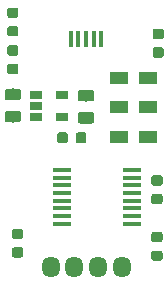
<source format=gtp>
G04 #@! TF.GenerationSoftware,KiCad,Pcbnew,(5.1.2)-1*
G04 #@! TF.CreationDate,2020-01-01T10:54:38+09:00*
G04 #@! TF.ProjectId,converter,636f6e76-6572-4746-9572-2e6b69636164,v1.0*
G04 #@! TF.SameCoordinates,Original*
G04 #@! TF.FileFunction,Paste,Top*
G04 #@! TF.FilePolarity,Positive*
%FSLAX46Y46*%
G04 Gerber Fmt 4.6, Leading zero omitted, Abs format (unit mm)*
G04 Created by KiCad (PCBNEW (5.1.2)-1) date 2020-01-01 10:54:38*
%MOMM*%
%LPD*%
G04 APERTURE LIST*
%ADD10C,0.100000*%
%ADD11C,0.975000*%
%ADD12C,0.875000*%
%ADD13R,0.400000X1.350000*%
%ADD14R,1.060000X0.650000*%
%ADD15O,1.524000X1.800000*%
%ADD16R,1.600000X1.000000*%
%ADD17R,1.500000X0.450000*%
G04 APERTURE END LIST*
D10*
G36*
X102280142Y-136813174D02*
G01*
X102303803Y-136816684D01*
X102327007Y-136822496D01*
X102349529Y-136830554D01*
X102371153Y-136840782D01*
X102391670Y-136853079D01*
X102410883Y-136867329D01*
X102428607Y-136883393D01*
X102444671Y-136901117D01*
X102458921Y-136920330D01*
X102471218Y-136940847D01*
X102481446Y-136962471D01*
X102489504Y-136984993D01*
X102495316Y-137008197D01*
X102498826Y-137031858D01*
X102500000Y-137055750D01*
X102500000Y-137543250D01*
X102498826Y-137567142D01*
X102495316Y-137590803D01*
X102489504Y-137614007D01*
X102481446Y-137636529D01*
X102471218Y-137658153D01*
X102458921Y-137678670D01*
X102444671Y-137697883D01*
X102428607Y-137715607D01*
X102410883Y-137731671D01*
X102391670Y-137745921D01*
X102371153Y-137758218D01*
X102349529Y-137768446D01*
X102327007Y-137776504D01*
X102303803Y-137782316D01*
X102280142Y-137785826D01*
X102256250Y-137787000D01*
X101343750Y-137787000D01*
X101319858Y-137785826D01*
X101296197Y-137782316D01*
X101272993Y-137776504D01*
X101250471Y-137768446D01*
X101228847Y-137758218D01*
X101208330Y-137745921D01*
X101189117Y-137731671D01*
X101171393Y-137715607D01*
X101155329Y-137697883D01*
X101141079Y-137678670D01*
X101128782Y-137658153D01*
X101118554Y-137636529D01*
X101110496Y-137614007D01*
X101104684Y-137590803D01*
X101101174Y-137567142D01*
X101100000Y-137543250D01*
X101100000Y-137055750D01*
X101101174Y-137031858D01*
X101104684Y-137008197D01*
X101110496Y-136984993D01*
X101118554Y-136962471D01*
X101128782Y-136940847D01*
X101141079Y-136920330D01*
X101155329Y-136901117D01*
X101171393Y-136883393D01*
X101189117Y-136867329D01*
X101208330Y-136853079D01*
X101228847Y-136840782D01*
X101250471Y-136830554D01*
X101272993Y-136822496D01*
X101296197Y-136816684D01*
X101319858Y-136813174D01*
X101343750Y-136812000D01*
X102256250Y-136812000D01*
X102280142Y-136813174D01*
X102280142Y-136813174D01*
G37*
D11*
X101800000Y-137299500D03*
D10*
G36*
X102280142Y-134938174D02*
G01*
X102303803Y-134941684D01*
X102327007Y-134947496D01*
X102349529Y-134955554D01*
X102371153Y-134965782D01*
X102391670Y-134978079D01*
X102410883Y-134992329D01*
X102428607Y-135008393D01*
X102444671Y-135026117D01*
X102458921Y-135045330D01*
X102471218Y-135065847D01*
X102481446Y-135087471D01*
X102489504Y-135109993D01*
X102495316Y-135133197D01*
X102498826Y-135156858D01*
X102500000Y-135180750D01*
X102500000Y-135668250D01*
X102498826Y-135692142D01*
X102495316Y-135715803D01*
X102489504Y-135739007D01*
X102481446Y-135761529D01*
X102471218Y-135783153D01*
X102458921Y-135803670D01*
X102444671Y-135822883D01*
X102428607Y-135840607D01*
X102410883Y-135856671D01*
X102391670Y-135870921D01*
X102371153Y-135883218D01*
X102349529Y-135893446D01*
X102327007Y-135901504D01*
X102303803Y-135907316D01*
X102280142Y-135910826D01*
X102256250Y-135912000D01*
X101343750Y-135912000D01*
X101319858Y-135910826D01*
X101296197Y-135907316D01*
X101272993Y-135901504D01*
X101250471Y-135893446D01*
X101228847Y-135883218D01*
X101208330Y-135870921D01*
X101189117Y-135856671D01*
X101171393Y-135840607D01*
X101155329Y-135822883D01*
X101141079Y-135803670D01*
X101128782Y-135783153D01*
X101118554Y-135761529D01*
X101110496Y-135739007D01*
X101104684Y-135715803D01*
X101101174Y-135692142D01*
X101100000Y-135668250D01*
X101100000Y-135180750D01*
X101101174Y-135156858D01*
X101104684Y-135133197D01*
X101110496Y-135109993D01*
X101118554Y-135087471D01*
X101128782Y-135065847D01*
X101141079Y-135045330D01*
X101155329Y-135026117D01*
X101171393Y-135008393D01*
X101189117Y-134992329D01*
X101208330Y-134978079D01*
X101228847Y-134965782D01*
X101250471Y-134955554D01*
X101272993Y-134947496D01*
X101296197Y-134941684D01*
X101319858Y-134938174D01*
X101343750Y-134937000D01*
X102256250Y-134937000D01*
X102280142Y-134938174D01*
X102280142Y-134938174D01*
G37*
D11*
X101800000Y-135424500D03*
D10*
G36*
X106240691Y-138626053D02*
G01*
X106261926Y-138629203D01*
X106282750Y-138634419D01*
X106302962Y-138641651D01*
X106322368Y-138650830D01*
X106340781Y-138661866D01*
X106358024Y-138674654D01*
X106373930Y-138689070D01*
X106388346Y-138704976D01*
X106401134Y-138722219D01*
X106412170Y-138740632D01*
X106421349Y-138760038D01*
X106428581Y-138780250D01*
X106433797Y-138801074D01*
X106436947Y-138822309D01*
X106438000Y-138843750D01*
X106438000Y-139356250D01*
X106436947Y-139377691D01*
X106433797Y-139398926D01*
X106428581Y-139419750D01*
X106421349Y-139439962D01*
X106412170Y-139459368D01*
X106401134Y-139477781D01*
X106388346Y-139495024D01*
X106373930Y-139510930D01*
X106358024Y-139525346D01*
X106340781Y-139538134D01*
X106322368Y-139549170D01*
X106302962Y-139558349D01*
X106282750Y-139565581D01*
X106261926Y-139570797D01*
X106240691Y-139573947D01*
X106219250Y-139575000D01*
X105781750Y-139575000D01*
X105760309Y-139573947D01*
X105739074Y-139570797D01*
X105718250Y-139565581D01*
X105698038Y-139558349D01*
X105678632Y-139549170D01*
X105660219Y-139538134D01*
X105642976Y-139525346D01*
X105627070Y-139510930D01*
X105612654Y-139495024D01*
X105599866Y-139477781D01*
X105588830Y-139459368D01*
X105579651Y-139439962D01*
X105572419Y-139419750D01*
X105567203Y-139398926D01*
X105564053Y-139377691D01*
X105563000Y-139356250D01*
X105563000Y-138843750D01*
X105564053Y-138822309D01*
X105567203Y-138801074D01*
X105572419Y-138780250D01*
X105579651Y-138760038D01*
X105588830Y-138740632D01*
X105599866Y-138722219D01*
X105612654Y-138704976D01*
X105627070Y-138689070D01*
X105642976Y-138674654D01*
X105660219Y-138661866D01*
X105678632Y-138650830D01*
X105698038Y-138641651D01*
X105718250Y-138634419D01*
X105739074Y-138629203D01*
X105760309Y-138626053D01*
X105781750Y-138625000D01*
X106219250Y-138625000D01*
X106240691Y-138626053D01*
X106240691Y-138626053D01*
G37*
D12*
X106000500Y-139100000D03*
D10*
G36*
X107815691Y-138626053D02*
G01*
X107836926Y-138629203D01*
X107857750Y-138634419D01*
X107877962Y-138641651D01*
X107897368Y-138650830D01*
X107915781Y-138661866D01*
X107933024Y-138674654D01*
X107948930Y-138689070D01*
X107963346Y-138704976D01*
X107976134Y-138722219D01*
X107987170Y-138740632D01*
X107996349Y-138760038D01*
X108003581Y-138780250D01*
X108008797Y-138801074D01*
X108011947Y-138822309D01*
X108013000Y-138843750D01*
X108013000Y-139356250D01*
X108011947Y-139377691D01*
X108008797Y-139398926D01*
X108003581Y-139419750D01*
X107996349Y-139439962D01*
X107987170Y-139459368D01*
X107976134Y-139477781D01*
X107963346Y-139495024D01*
X107948930Y-139510930D01*
X107933024Y-139525346D01*
X107915781Y-139538134D01*
X107897368Y-139549170D01*
X107877962Y-139558349D01*
X107857750Y-139565581D01*
X107836926Y-139570797D01*
X107815691Y-139573947D01*
X107794250Y-139575000D01*
X107356750Y-139575000D01*
X107335309Y-139573947D01*
X107314074Y-139570797D01*
X107293250Y-139565581D01*
X107273038Y-139558349D01*
X107253632Y-139549170D01*
X107235219Y-139538134D01*
X107217976Y-139525346D01*
X107202070Y-139510930D01*
X107187654Y-139495024D01*
X107174866Y-139477781D01*
X107163830Y-139459368D01*
X107154651Y-139439962D01*
X107147419Y-139419750D01*
X107142203Y-139398926D01*
X107139053Y-139377691D01*
X107138000Y-139356250D01*
X107138000Y-138843750D01*
X107139053Y-138822309D01*
X107142203Y-138801074D01*
X107147419Y-138780250D01*
X107154651Y-138760038D01*
X107163830Y-138740632D01*
X107174866Y-138722219D01*
X107187654Y-138704976D01*
X107202070Y-138689070D01*
X107217976Y-138674654D01*
X107235219Y-138661866D01*
X107253632Y-138650830D01*
X107273038Y-138641651D01*
X107293250Y-138634419D01*
X107314074Y-138629203D01*
X107335309Y-138626053D01*
X107356750Y-138625000D01*
X107794250Y-138625000D01*
X107815691Y-138626053D01*
X107815691Y-138626053D01*
G37*
D12*
X107575500Y-139100000D03*
D10*
G36*
X108480142Y-135038174D02*
G01*
X108503803Y-135041684D01*
X108527007Y-135047496D01*
X108549529Y-135055554D01*
X108571153Y-135065782D01*
X108591670Y-135078079D01*
X108610883Y-135092329D01*
X108628607Y-135108393D01*
X108644671Y-135126117D01*
X108658921Y-135145330D01*
X108671218Y-135165847D01*
X108681446Y-135187471D01*
X108689504Y-135209993D01*
X108695316Y-135233197D01*
X108698826Y-135256858D01*
X108700000Y-135280750D01*
X108700000Y-135768250D01*
X108698826Y-135792142D01*
X108695316Y-135815803D01*
X108689504Y-135839007D01*
X108681446Y-135861529D01*
X108671218Y-135883153D01*
X108658921Y-135903670D01*
X108644671Y-135922883D01*
X108628607Y-135940607D01*
X108610883Y-135956671D01*
X108591670Y-135970921D01*
X108571153Y-135983218D01*
X108549529Y-135993446D01*
X108527007Y-136001504D01*
X108503803Y-136007316D01*
X108480142Y-136010826D01*
X108456250Y-136012000D01*
X107543750Y-136012000D01*
X107519858Y-136010826D01*
X107496197Y-136007316D01*
X107472993Y-136001504D01*
X107450471Y-135993446D01*
X107428847Y-135983218D01*
X107408330Y-135970921D01*
X107389117Y-135956671D01*
X107371393Y-135940607D01*
X107355329Y-135922883D01*
X107341079Y-135903670D01*
X107328782Y-135883153D01*
X107318554Y-135861529D01*
X107310496Y-135839007D01*
X107304684Y-135815803D01*
X107301174Y-135792142D01*
X107300000Y-135768250D01*
X107300000Y-135280750D01*
X107301174Y-135256858D01*
X107304684Y-135233197D01*
X107310496Y-135209993D01*
X107318554Y-135187471D01*
X107328782Y-135165847D01*
X107341079Y-135145330D01*
X107355329Y-135126117D01*
X107371393Y-135108393D01*
X107389117Y-135092329D01*
X107408330Y-135078079D01*
X107428847Y-135065782D01*
X107450471Y-135055554D01*
X107472993Y-135047496D01*
X107496197Y-135041684D01*
X107519858Y-135038174D01*
X107543750Y-135037000D01*
X108456250Y-135037000D01*
X108480142Y-135038174D01*
X108480142Y-135038174D01*
G37*
D11*
X108000000Y-135524500D03*
D10*
G36*
X108480142Y-136913174D02*
G01*
X108503803Y-136916684D01*
X108527007Y-136922496D01*
X108549529Y-136930554D01*
X108571153Y-136940782D01*
X108591670Y-136953079D01*
X108610883Y-136967329D01*
X108628607Y-136983393D01*
X108644671Y-137001117D01*
X108658921Y-137020330D01*
X108671218Y-137040847D01*
X108681446Y-137062471D01*
X108689504Y-137084993D01*
X108695316Y-137108197D01*
X108698826Y-137131858D01*
X108700000Y-137155750D01*
X108700000Y-137643250D01*
X108698826Y-137667142D01*
X108695316Y-137690803D01*
X108689504Y-137714007D01*
X108681446Y-137736529D01*
X108671218Y-137758153D01*
X108658921Y-137778670D01*
X108644671Y-137797883D01*
X108628607Y-137815607D01*
X108610883Y-137831671D01*
X108591670Y-137845921D01*
X108571153Y-137858218D01*
X108549529Y-137868446D01*
X108527007Y-137876504D01*
X108503803Y-137882316D01*
X108480142Y-137885826D01*
X108456250Y-137887000D01*
X107543750Y-137887000D01*
X107519858Y-137885826D01*
X107496197Y-137882316D01*
X107472993Y-137876504D01*
X107450471Y-137868446D01*
X107428847Y-137858218D01*
X107408330Y-137845921D01*
X107389117Y-137831671D01*
X107371393Y-137815607D01*
X107355329Y-137797883D01*
X107341079Y-137778670D01*
X107328782Y-137758153D01*
X107318554Y-137736529D01*
X107310496Y-137714007D01*
X107304684Y-137690803D01*
X107301174Y-137667142D01*
X107300000Y-137643250D01*
X107300000Y-137155750D01*
X107301174Y-137131858D01*
X107304684Y-137108197D01*
X107310496Y-137084993D01*
X107318554Y-137062471D01*
X107328782Y-137040847D01*
X107341079Y-137020330D01*
X107355329Y-137001117D01*
X107371393Y-136983393D01*
X107389117Y-136967329D01*
X107408330Y-136953079D01*
X107428847Y-136940782D01*
X107450471Y-136930554D01*
X107472993Y-136922496D01*
X107496197Y-136916684D01*
X107519858Y-136913174D01*
X107543750Y-136912000D01*
X108456250Y-136912000D01*
X108480142Y-136913174D01*
X108480142Y-136913174D01*
G37*
D11*
X108000000Y-137399500D03*
D10*
G36*
X102077691Y-129639053D02*
G01*
X102098926Y-129642203D01*
X102119750Y-129647419D01*
X102139962Y-129654651D01*
X102159368Y-129663830D01*
X102177781Y-129674866D01*
X102195024Y-129687654D01*
X102210930Y-129702070D01*
X102225346Y-129717976D01*
X102238134Y-129735219D01*
X102249170Y-129753632D01*
X102258349Y-129773038D01*
X102265581Y-129793250D01*
X102270797Y-129814074D01*
X102273947Y-129835309D01*
X102275000Y-129856750D01*
X102275000Y-130294250D01*
X102273947Y-130315691D01*
X102270797Y-130336926D01*
X102265581Y-130357750D01*
X102258349Y-130377962D01*
X102249170Y-130397368D01*
X102238134Y-130415781D01*
X102225346Y-130433024D01*
X102210930Y-130448930D01*
X102195024Y-130463346D01*
X102177781Y-130476134D01*
X102159368Y-130487170D01*
X102139962Y-130496349D01*
X102119750Y-130503581D01*
X102098926Y-130508797D01*
X102077691Y-130511947D01*
X102056250Y-130513000D01*
X101543750Y-130513000D01*
X101522309Y-130511947D01*
X101501074Y-130508797D01*
X101480250Y-130503581D01*
X101460038Y-130496349D01*
X101440632Y-130487170D01*
X101422219Y-130476134D01*
X101404976Y-130463346D01*
X101389070Y-130448930D01*
X101374654Y-130433024D01*
X101361866Y-130415781D01*
X101350830Y-130397368D01*
X101341651Y-130377962D01*
X101334419Y-130357750D01*
X101329203Y-130336926D01*
X101326053Y-130315691D01*
X101325000Y-130294250D01*
X101325000Y-129856750D01*
X101326053Y-129835309D01*
X101329203Y-129814074D01*
X101334419Y-129793250D01*
X101341651Y-129773038D01*
X101350830Y-129753632D01*
X101361866Y-129735219D01*
X101374654Y-129717976D01*
X101389070Y-129702070D01*
X101404976Y-129687654D01*
X101422219Y-129674866D01*
X101440632Y-129663830D01*
X101460038Y-129654651D01*
X101480250Y-129647419D01*
X101501074Y-129642203D01*
X101522309Y-129639053D01*
X101543750Y-129638000D01*
X102056250Y-129638000D01*
X102077691Y-129639053D01*
X102077691Y-129639053D01*
G37*
D12*
X101800000Y-130075500D03*
D10*
G36*
X102077691Y-128064053D02*
G01*
X102098926Y-128067203D01*
X102119750Y-128072419D01*
X102139962Y-128079651D01*
X102159368Y-128088830D01*
X102177781Y-128099866D01*
X102195024Y-128112654D01*
X102210930Y-128127070D01*
X102225346Y-128142976D01*
X102238134Y-128160219D01*
X102249170Y-128178632D01*
X102258349Y-128198038D01*
X102265581Y-128218250D01*
X102270797Y-128239074D01*
X102273947Y-128260309D01*
X102275000Y-128281750D01*
X102275000Y-128719250D01*
X102273947Y-128740691D01*
X102270797Y-128761926D01*
X102265581Y-128782750D01*
X102258349Y-128802962D01*
X102249170Y-128822368D01*
X102238134Y-128840781D01*
X102225346Y-128858024D01*
X102210930Y-128873930D01*
X102195024Y-128888346D01*
X102177781Y-128901134D01*
X102159368Y-128912170D01*
X102139962Y-128921349D01*
X102119750Y-128928581D01*
X102098926Y-128933797D01*
X102077691Y-128936947D01*
X102056250Y-128938000D01*
X101543750Y-128938000D01*
X101522309Y-128936947D01*
X101501074Y-128933797D01*
X101480250Y-128928581D01*
X101460038Y-128921349D01*
X101440632Y-128912170D01*
X101422219Y-128901134D01*
X101404976Y-128888346D01*
X101389070Y-128873930D01*
X101374654Y-128858024D01*
X101361866Y-128840781D01*
X101350830Y-128822368D01*
X101341651Y-128802962D01*
X101334419Y-128782750D01*
X101329203Y-128761926D01*
X101326053Y-128740691D01*
X101325000Y-128719250D01*
X101325000Y-128281750D01*
X101326053Y-128260309D01*
X101329203Y-128239074D01*
X101334419Y-128218250D01*
X101341651Y-128198038D01*
X101350830Y-128178632D01*
X101361866Y-128160219D01*
X101374654Y-128142976D01*
X101389070Y-128127070D01*
X101404976Y-128112654D01*
X101422219Y-128099866D01*
X101440632Y-128088830D01*
X101460038Y-128079651D01*
X101480250Y-128072419D01*
X101501074Y-128067203D01*
X101522309Y-128064053D01*
X101543750Y-128063000D01*
X102056250Y-128063000D01*
X102077691Y-128064053D01*
X102077691Y-128064053D01*
G37*
D12*
X101800000Y-128500500D03*
D13*
X106700000Y-130700000D03*
X107350000Y-130700000D03*
X108000000Y-130700000D03*
X108650000Y-130700000D03*
X109300000Y-130700000D03*
D10*
G36*
X114377691Y-129864053D02*
G01*
X114398926Y-129867203D01*
X114419750Y-129872419D01*
X114439962Y-129879651D01*
X114459368Y-129888830D01*
X114477781Y-129899866D01*
X114495024Y-129912654D01*
X114510930Y-129927070D01*
X114525346Y-129942976D01*
X114538134Y-129960219D01*
X114549170Y-129978632D01*
X114558349Y-129998038D01*
X114565581Y-130018250D01*
X114570797Y-130039074D01*
X114573947Y-130060309D01*
X114575000Y-130081750D01*
X114575000Y-130519250D01*
X114573947Y-130540691D01*
X114570797Y-130561926D01*
X114565581Y-130582750D01*
X114558349Y-130602962D01*
X114549170Y-130622368D01*
X114538134Y-130640781D01*
X114525346Y-130658024D01*
X114510930Y-130673930D01*
X114495024Y-130688346D01*
X114477781Y-130701134D01*
X114459368Y-130712170D01*
X114439962Y-130721349D01*
X114419750Y-130728581D01*
X114398926Y-130733797D01*
X114377691Y-130736947D01*
X114356250Y-130738000D01*
X113843750Y-130738000D01*
X113822309Y-130736947D01*
X113801074Y-130733797D01*
X113780250Y-130728581D01*
X113760038Y-130721349D01*
X113740632Y-130712170D01*
X113722219Y-130701134D01*
X113704976Y-130688346D01*
X113689070Y-130673930D01*
X113674654Y-130658024D01*
X113661866Y-130640781D01*
X113650830Y-130622368D01*
X113641651Y-130602962D01*
X113634419Y-130582750D01*
X113629203Y-130561926D01*
X113626053Y-130540691D01*
X113625000Y-130519250D01*
X113625000Y-130081750D01*
X113626053Y-130060309D01*
X113629203Y-130039074D01*
X113634419Y-130018250D01*
X113641651Y-129998038D01*
X113650830Y-129978632D01*
X113661866Y-129960219D01*
X113674654Y-129942976D01*
X113689070Y-129927070D01*
X113704976Y-129912654D01*
X113722219Y-129899866D01*
X113740632Y-129888830D01*
X113760038Y-129879651D01*
X113780250Y-129872419D01*
X113801074Y-129867203D01*
X113822309Y-129864053D01*
X113843750Y-129863000D01*
X114356250Y-129863000D01*
X114377691Y-129864053D01*
X114377691Y-129864053D01*
G37*
D12*
X114100000Y-130300500D03*
D10*
G36*
X114377691Y-131439053D02*
G01*
X114398926Y-131442203D01*
X114419750Y-131447419D01*
X114439962Y-131454651D01*
X114459368Y-131463830D01*
X114477781Y-131474866D01*
X114495024Y-131487654D01*
X114510930Y-131502070D01*
X114525346Y-131517976D01*
X114538134Y-131535219D01*
X114549170Y-131553632D01*
X114558349Y-131573038D01*
X114565581Y-131593250D01*
X114570797Y-131614074D01*
X114573947Y-131635309D01*
X114575000Y-131656750D01*
X114575000Y-132094250D01*
X114573947Y-132115691D01*
X114570797Y-132136926D01*
X114565581Y-132157750D01*
X114558349Y-132177962D01*
X114549170Y-132197368D01*
X114538134Y-132215781D01*
X114525346Y-132233024D01*
X114510930Y-132248930D01*
X114495024Y-132263346D01*
X114477781Y-132276134D01*
X114459368Y-132287170D01*
X114439962Y-132296349D01*
X114419750Y-132303581D01*
X114398926Y-132308797D01*
X114377691Y-132311947D01*
X114356250Y-132313000D01*
X113843750Y-132313000D01*
X113822309Y-132311947D01*
X113801074Y-132308797D01*
X113780250Y-132303581D01*
X113760038Y-132296349D01*
X113740632Y-132287170D01*
X113722219Y-132276134D01*
X113704976Y-132263346D01*
X113689070Y-132248930D01*
X113674654Y-132233024D01*
X113661866Y-132215781D01*
X113650830Y-132197368D01*
X113641651Y-132177962D01*
X113634419Y-132157750D01*
X113629203Y-132136926D01*
X113626053Y-132115691D01*
X113625000Y-132094250D01*
X113625000Y-131656750D01*
X113626053Y-131635309D01*
X113629203Y-131614074D01*
X113634419Y-131593250D01*
X113641651Y-131573038D01*
X113650830Y-131553632D01*
X113661866Y-131535219D01*
X113674654Y-131517976D01*
X113689070Y-131502070D01*
X113704976Y-131487654D01*
X113722219Y-131474866D01*
X113740632Y-131463830D01*
X113760038Y-131454651D01*
X113780250Y-131447419D01*
X113801074Y-131442203D01*
X113822309Y-131439053D01*
X113843750Y-131438000D01*
X114356250Y-131438000D01*
X114377691Y-131439053D01*
X114377691Y-131439053D01*
G37*
D12*
X114100000Y-131875500D03*
D10*
G36*
X102077691Y-131264053D02*
G01*
X102098926Y-131267203D01*
X102119750Y-131272419D01*
X102139962Y-131279651D01*
X102159368Y-131288830D01*
X102177781Y-131299866D01*
X102195024Y-131312654D01*
X102210930Y-131327070D01*
X102225346Y-131342976D01*
X102238134Y-131360219D01*
X102249170Y-131378632D01*
X102258349Y-131398038D01*
X102265581Y-131418250D01*
X102270797Y-131439074D01*
X102273947Y-131460309D01*
X102275000Y-131481750D01*
X102275000Y-131919250D01*
X102273947Y-131940691D01*
X102270797Y-131961926D01*
X102265581Y-131982750D01*
X102258349Y-132002962D01*
X102249170Y-132022368D01*
X102238134Y-132040781D01*
X102225346Y-132058024D01*
X102210930Y-132073930D01*
X102195024Y-132088346D01*
X102177781Y-132101134D01*
X102159368Y-132112170D01*
X102139962Y-132121349D01*
X102119750Y-132128581D01*
X102098926Y-132133797D01*
X102077691Y-132136947D01*
X102056250Y-132138000D01*
X101543750Y-132138000D01*
X101522309Y-132136947D01*
X101501074Y-132133797D01*
X101480250Y-132128581D01*
X101460038Y-132121349D01*
X101440632Y-132112170D01*
X101422219Y-132101134D01*
X101404976Y-132088346D01*
X101389070Y-132073930D01*
X101374654Y-132058024D01*
X101361866Y-132040781D01*
X101350830Y-132022368D01*
X101341651Y-132002962D01*
X101334419Y-131982750D01*
X101329203Y-131961926D01*
X101326053Y-131940691D01*
X101325000Y-131919250D01*
X101325000Y-131481750D01*
X101326053Y-131460309D01*
X101329203Y-131439074D01*
X101334419Y-131418250D01*
X101341651Y-131398038D01*
X101350830Y-131378632D01*
X101361866Y-131360219D01*
X101374654Y-131342976D01*
X101389070Y-131327070D01*
X101404976Y-131312654D01*
X101422219Y-131299866D01*
X101440632Y-131288830D01*
X101460038Y-131279651D01*
X101480250Y-131272419D01*
X101501074Y-131267203D01*
X101522309Y-131264053D01*
X101543750Y-131263000D01*
X102056250Y-131263000D01*
X102077691Y-131264053D01*
X102077691Y-131264053D01*
G37*
D12*
X101800000Y-131700500D03*
D10*
G36*
X102077691Y-132839053D02*
G01*
X102098926Y-132842203D01*
X102119750Y-132847419D01*
X102139962Y-132854651D01*
X102159368Y-132863830D01*
X102177781Y-132874866D01*
X102195024Y-132887654D01*
X102210930Y-132902070D01*
X102225346Y-132917976D01*
X102238134Y-132935219D01*
X102249170Y-132953632D01*
X102258349Y-132973038D01*
X102265581Y-132993250D01*
X102270797Y-133014074D01*
X102273947Y-133035309D01*
X102275000Y-133056750D01*
X102275000Y-133494250D01*
X102273947Y-133515691D01*
X102270797Y-133536926D01*
X102265581Y-133557750D01*
X102258349Y-133577962D01*
X102249170Y-133597368D01*
X102238134Y-133615781D01*
X102225346Y-133633024D01*
X102210930Y-133648930D01*
X102195024Y-133663346D01*
X102177781Y-133676134D01*
X102159368Y-133687170D01*
X102139962Y-133696349D01*
X102119750Y-133703581D01*
X102098926Y-133708797D01*
X102077691Y-133711947D01*
X102056250Y-133713000D01*
X101543750Y-133713000D01*
X101522309Y-133711947D01*
X101501074Y-133708797D01*
X101480250Y-133703581D01*
X101460038Y-133696349D01*
X101440632Y-133687170D01*
X101422219Y-133676134D01*
X101404976Y-133663346D01*
X101389070Y-133648930D01*
X101374654Y-133633024D01*
X101361866Y-133615781D01*
X101350830Y-133597368D01*
X101341651Y-133577962D01*
X101334419Y-133557750D01*
X101329203Y-133536926D01*
X101326053Y-133515691D01*
X101325000Y-133494250D01*
X101325000Y-133056750D01*
X101326053Y-133035309D01*
X101329203Y-133014074D01*
X101334419Y-132993250D01*
X101341651Y-132973038D01*
X101350830Y-132953632D01*
X101361866Y-132935219D01*
X101374654Y-132917976D01*
X101389070Y-132902070D01*
X101404976Y-132887654D01*
X101422219Y-132874866D01*
X101440632Y-132863830D01*
X101460038Y-132854651D01*
X101480250Y-132847419D01*
X101501074Y-132842203D01*
X101522309Y-132839053D01*
X101543750Y-132838000D01*
X102056250Y-132838000D01*
X102077691Y-132839053D01*
X102077691Y-132839053D01*
G37*
D12*
X101800000Y-133275500D03*
D14*
X103800000Y-135450000D03*
X103800000Y-136400000D03*
X103800000Y-137350000D03*
X106000000Y-137350000D03*
X106000000Y-135450000D03*
D15*
X111000000Y-150000000D03*
X109000000Y-150000000D03*
X107000000Y-150000000D03*
X105000000Y-150000000D03*
D10*
G36*
X102477691Y-146788053D02*
G01*
X102498926Y-146791203D01*
X102519750Y-146796419D01*
X102539962Y-146803651D01*
X102559368Y-146812830D01*
X102577781Y-146823866D01*
X102595024Y-146836654D01*
X102610930Y-146851070D01*
X102625346Y-146866976D01*
X102638134Y-146884219D01*
X102649170Y-146902632D01*
X102658349Y-146922038D01*
X102665581Y-146942250D01*
X102670797Y-146963074D01*
X102673947Y-146984309D01*
X102675000Y-147005750D01*
X102675000Y-147443250D01*
X102673947Y-147464691D01*
X102670797Y-147485926D01*
X102665581Y-147506750D01*
X102658349Y-147526962D01*
X102649170Y-147546368D01*
X102638134Y-147564781D01*
X102625346Y-147582024D01*
X102610930Y-147597930D01*
X102595024Y-147612346D01*
X102577781Y-147625134D01*
X102559368Y-147636170D01*
X102539962Y-147645349D01*
X102519750Y-147652581D01*
X102498926Y-147657797D01*
X102477691Y-147660947D01*
X102456250Y-147662000D01*
X101943750Y-147662000D01*
X101922309Y-147660947D01*
X101901074Y-147657797D01*
X101880250Y-147652581D01*
X101860038Y-147645349D01*
X101840632Y-147636170D01*
X101822219Y-147625134D01*
X101804976Y-147612346D01*
X101789070Y-147597930D01*
X101774654Y-147582024D01*
X101761866Y-147564781D01*
X101750830Y-147546368D01*
X101741651Y-147526962D01*
X101734419Y-147506750D01*
X101729203Y-147485926D01*
X101726053Y-147464691D01*
X101725000Y-147443250D01*
X101725000Y-147005750D01*
X101726053Y-146984309D01*
X101729203Y-146963074D01*
X101734419Y-146942250D01*
X101741651Y-146922038D01*
X101750830Y-146902632D01*
X101761866Y-146884219D01*
X101774654Y-146866976D01*
X101789070Y-146851070D01*
X101804976Y-146836654D01*
X101822219Y-146823866D01*
X101840632Y-146812830D01*
X101860038Y-146803651D01*
X101880250Y-146796419D01*
X101901074Y-146791203D01*
X101922309Y-146788053D01*
X101943750Y-146787000D01*
X102456250Y-146787000D01*
X102477691Y-146788053D01*
X102477691Y-146788053D01*
G37*
D12*
X102200000Y-147224500D03*
D10*
G36*
X102477691Y-148363053D02*
G01*
X102498926Y-148366203D01*
X102519750Y-148371419D01*
X102539962Y-148378651D01*
X102559368Y-148387830D01*
X102577781Y-148398866D01*
X102595024Y-148411654D01*
X102610930Y-148426070D01*
X102625346Y-148441976D01*
X102638134Y-148459219D01*
X102649170Y-148477632D01*
X102658349Y-148497038D01*
X102665581Y-148517250D01*
X102670797Y-148538074D01*
X102673947Y-148559309D01*
X102675000Y-148580750D01*
X102675000Y-149018250D01*
X102673947Y-149039691D01*
X102670797Y-149060926D01*
X102665581Y-149081750D01*
X102658349Y-149101962D01*
X102649170Y-149121368D01*
X102638134Y-149139781D01*
X102625346Y-149157024D01*
X102610930Y-149172930D01*
X102595024Y-149187346D01*
X102577781Y-149200134D01*
X102559368Y-149211170D01*
X102539962Y-149220349D01*
X102519750Y-149227581D01*
X102498926Y-149232797D01*
X102477691Y-149235947D01*
X102456250Y-149237000D01*
X101943750Y-149237000D01*
X101922309Y-149235947D01*
X101901074Y-149232797D01*
X101880250Y-149227581D01*
X101860038Y-149220349D01*
X101840632Y-149211170D01*
X101822219Y-149200134D01*
X101804976Y-149187346D01*
X101789070Y-149172930D01*
X101774654Y-149157024D01*
X101761866Y-149139781D01*
X101750830Y-149121368D01*
X101741651Y-149101962D01*
X101734419Y-149081750D01*
X101729203Y-149060926D01*
X101726053Y-149039691D01*
X101725000Y-149018250D01*
X101725000Y-148580750D01*
X101726053Y-148559309D01*
X101729203Y-148538074D01*
X101734419Y-148517250D01*
X101741651Y-148497038D01*
X101750830Y-148477632D01*
X101761866Y-148459219D01*
X101774654Y-148441976D01*
X101789070Y-148426070D01*
X101804976Y-148411654D01*
X101822219Y-148398866D01*
X101840632Y-148387830D01*
X101860038Y-148378651D01*
X101880250Y-148371419D01*
X101901074Y-148366203D01*
X101922309Y-148363053D01*
X101943750Y-148362000D01*
X102456250Y-148362000D01*
X102477691Y-148363053D01*
X102477691Y-148363053D01*
G37*
D12*
X102200000Y-148799500D03*
D10*
G36*
X114277691Y-147063553D02*
G01*
X114298926Y-147066703D01*
X114319750Y-147071919D01*
X114339962Y-147079151D01*
X114359368Y-147088330D01*
X114377781Y-147099366D01*
X114395024Y-147112154D01*
X114410930Y-147126570D01*
X114425346Y-147142476D01*
X114438134Y-147159719D01*
X114449170Y-147178132D01*
X114458349Y-147197538D01*
X114465581Y-147217750D01*
X114470797Y-147238574D01*
X114473947Y-147259809D01*
X114475000Y-147281250D01*
X114475000Y-147718750D01*
X114473947Y-147740191D01*
X114470797Y-147761426D01*
X114465581Y-147782250D01*
X114458349Y-147802462D01*
X114449170Y-147821868D01*
X114438134Y-147840281D01*
X114425346Y-147857524D01*
X114410930Y-147873430D01*
X114395024Y-147887846D01*
X114377781Y-147900634D01*
X114359368Y-147911670D01*
X114339962Y-147920849D01*
X114319750Y-147928081D01*
X114298926Y-147933297D01*
X114277691Y-147936447D01*
X114256250Y-147937500D01*
X113743750Y-147937500D01*
X113722309Y-147936447D01*
X113701074Y-147933297D01*
X113680250Y-147928081D01*
X113660038Y-147920849D01*
X113640632Y-147911670D01*
X113622219Y-147900634D01*
X113604976Y-147887846D01*
X113589070Y-147873430D01*
X113574654Y-147857524D01*
X113561866Y-147840281D01*
X113550830Y-147821868D01*
X113541651Y-147802462D01*
X113534419Y-147782250D01*
X113529203Y-147761426D01*
X113526053Y-147740191D01*
X113525000Y-147718750D01*
X113525000Y-147281250D01*
X113526053Y-147259809D01*
X113529203Y-147238574D01*
X113534419Y-147217750D01*
X113541651Y-147197538D01*
X113550830Y-147178132D01*
X113561866Y-147159719D01*
X113574654Y-147142476D01*
X113589070Y-147126570D01*
X113604976Y-147112154D01*
X113622219Y-147099366D01*
X113640632Y-147088330D01*
X113660038Y-147079151D01*
X113680250Y-147071919D01*
X113701074Y-147066703D01*
X113722309Y-147063553D01*
X113743750Y-147062500D01*
X114256250Y-147062500D01*
X114277691Y-147063553D01*
X114277691Y-147063553D01*
G37*
D12*
X114000000Y-147500000D03*
D10*
G36*
X114277691Y-148638553D02*
G01*
X114298926Y-148641703D01*
X114319750Y-148646919D01*
X114339962Y-148654151D01*
X114359368Y-148663330D01*
X114377781Y-148674366D01*
X114395024Y-148687154D01*
X114410930Y-148701570D01*
X114425346Y-148717476D01*
X114438134Y-148734719D01*
X114449170Y-148753132D01*
X114458349Y-148772538D01*
X114465581Y-148792750D01*
X114470797Y-148813574D01*
X114473947Y-148834809D01*
X114475000Y-148856250D01*
X114475000Y-149293750D01*
X114473947Y-149315191D01*
X114470797Y-149336426D01*
X114465581Y-149357250D01*
X114458349Y-149377462D01*
X114449170Y-149396868D01*
X114438134Y-149415281D01*
X114425346Y-149432524D01*
X114410930Y-149448430D01*
X114395024Y-149462846D01*
X114377781Y-149475634D01*
X114359368Y-149486670D01*
X114339962Y-149495849D01*
X114319750Y-149503081D01*
X114298926Y-149508297D01*
X114277691Y-149511447D01*
X114256250Y-149512500D01*
X113743750Y-149512500D01*
X113722309Y-149511447D01*
X113701074Y-149508297D01*
X113680250Y-149503081D01*
X113660038Y-149495849D01*
X113640632Y-149486670D01*
X113622219Y-149475634D01*
X113604976Y-149462846D01*
X113589070Y-149448430D01*
X113574654Y-149432524D01*
X113561866Y-149415281D01*
X113550830Y-149396868D01*
X113541651Y-149377462D01*
X113534419Y-149357250D01*
X113529203Y-149336426D01*
X113526053Y-149315191D01*
X113525000Y-149293750D01*
X113525000Y-148856250D01*
X113526053Y-148834809D01*
X113529203Y-148813574D01*
X113534419Y-148792750D01*
X113541651Y-148772538D01*
X113550830Y-148753132D01*
X113561866Y-148734719D01*
X113574654Y-148717476D01*
X113589070Y-148701570D01*
X113604976Y-148687154D01*
X113622219Y-148674366D01*
X113640632Y-148663330D01*
X113660038Y-148654151D01*
X113680250Y-148646919D01*
X113701074Y-148641703D01*
X113722309Y-148638553D01*
X113743750Y-148637500D01*
X114256250Y-148637500D01*
X114277691Y-148638553D01*
X114277691Y-148638553D01*
G37*
D12*
X114000000Y-149075000D03*
D16*
X110800000Y-139000000D03*
X110800000Y-136500000D03*
X110800000Y-134000000D03*
X113200000Y-139000000D03*
X113200000Y-136500000D03*
X113200000Y-134000000D03*
D17*
X105950000Y-141825000D03*
X105950000Y-142475000D03*
X105950000Y-143125000D03*
X105950000Y-143775000D03*
X105950000Y-144425000D03*
X105950000Y-145075000D03*
X105950000Y-145725000D03*
X105950000Y-146375000D03*
X111850000Y-146375000D03*
X111850000Y-145725000D03*
X111850000Y-145075000D03*
X111850000Y-144425000D03*
X111850000Y-143775000D03*
X111850000Y-143125000D03*
X111850000Y-142475000D03*
X111850000Y-141825000D03*
D10*
G36*
X114277691Y-143839053D02*
G01*
X114298926Y-143842203D01*
X114319750Y-143847419D01*
X114339962Y-143854651D01*
X114359368Y-143863830D01*
X114377781Y-143874866D01*
X114395024Y-143887654D01*
X114410930Y-143902070D01*
X114425346Y-143917976D01*
X114438134Y-143935219D01*
X114449170Y-143953632D01*
X114458349Y-143973038D01*
X114465581Y-143993250D01*
X114470797Y-144014074D01*
X114473947Y-144035309D01*
X114475000Y-144056750D01*
X114475000Y-144494250D01*
X114473947Y-144515691D01*
X114470797Y-144536926D01*
X114465581Y-144557750D01*
X114458349Y-144577962D01*
X114449170Y-144597368D01*
X114438134Y-144615781D01*
X114425346Y-144633024D01*
X114410930Y-144648930D01*
X114395024Y-144663346D01*
X114377781Y-144676134D01*
X114359368Y-144687170D01*
X114339962Y-144696349D01*
X114319750Y-144703581D01*
X114298926Y-144708797D01*
X114277691Y-144711947D01*
X114256250Y-144713000D01*
X113743750Y-144713000D01*
X113722309Y-144711947D01*
X113701074Y-144708797D01*
X113680250Y-144703581D01*
X113660038Y-144696349D01*
X113640632Y-144687170D01*
X113622219Y-144676134D01*
X113604976Y-144663346D01*
X113589070Y-144648930D01*
X113574654Y-144633024D01*
X113561866Y-144615781D01*
X113550830Y-144597368D01*
X113541651Y-144577962D01*
X113534419Y-144557750D01*
X113529203Y-144536926D01*
X113526053Y-144515691D01*
X113525000Y-144494250D01*
X113525000Y-144056750D01*
X113526053Y-144035309D01*
X113529203Y-144014074D01*
X113534419Y-143993250D01*
X113541651Y-143973038D01*
X113550830Y-143953632D01*
X113561866Y-143935219D01*
X113574654Y-143917976D01*
X113589070Y-143902070D01*
X113604976Y-143887654D01*
X113622219Y-143874866D01*
X113640632Y-143863830D01*
X113660038Y-143854651D01*
X113680250Y-143847419D01*
X113701074Y-143842203D01*
X113722309Y-143839053D01*
X113743750Y-143838000D01*
X114256250Y-143838000D01*
X114277691Y-143839053D01*
X114277691Y-143839053D01*
G37*
D12*
X114000000Y-144275500D03*
D10*
G36*
X114277691Y-142264053D02*
G01*
X114298926Y-142267203D01*
X114319750Y-142272419D01*
X114339962Y-142279651D01*
X114359368Y-142288830D01*
X114377781Y-142299866D01*
X114395024Y-142312654D01*
X114410930Y-142327070D01*
X114425346Y-142342976D01*
X114438134Y-142360219D01*
X114449170Y-142378632D01*
X114458349Y-142398038D01*
X114465581Y-142418250D01*
X114470797Y-142439074D01*
X114473947Y-142460309D01*
X114475000Y-142481750D01*
X114475000Y-142919250D01*
X114473947Y-142940691D01*
X114470797Y-142961926D01*
X114465581Y-142982750D01*
X114458349Y-143002962D01*
X114449170Y-143022368D01*
X114438134Y-143040781D01*
X114425346Y-143058024D01*
X114410930Y-143073930D01*
X114395024Y-143088346D01*
X114377781Y-143101134D01*
X114359368Y-143112170D01*
X114339962Y-143121349D01*
X114319750Y-143128581D01*
X114298926Y-143133797D01*
X114277691Y-143136947D01*
X114256250Y-143138000D01*
X113743750Y-143138000D01*
X113722309Y-143136947D01*
X113701074Y-143133797D01*
X113680250Y-143128581D01*
X113660038Y-143121349D01*
X113640632Y-143112170D01*
X113622219Y-143101134D01*
X113604976Y-143088346D01*
X113589070Y-143073930D01*
X113574654Y-143058024D01*
X113561866Y-143040781D01*
X113550830Y-143022368D01*
X113541651Y-143002962D01*
X113534419Y-142982750D01*
X113529203Y-142961926D01*
X113526053Y-142940691D01*
X113525000Y-142919250D01*
X113525000Y-142481750D01*
X113526053Y-142460309D01*
X113529203Y-142439074D01*
X113534419Y-142418250D01*
X113541651Y-142398038D01*
X113550830Y-142378632D01*
X113561866Y-142360219D01*
X113574654Y-142342976D01*
X113589070Y-142327070D01*
X113604976Y-142312654D01*
X113622219Y-142299866D01*
X113640632Y-142288830D01*
X113660038Y-142279651D01*
X113680250Y-142272419D01*
X113701074Y-142267203D01*
X113722309Y-142264053D01*
X113743750Y-142263000D01*
X114256250Y-142263000D01*
X114277691Y-142264053D01*
X114277691Y-142264053D01*
G37*
D12*
X114000000Y-142700500D03*
M02*

</source>
